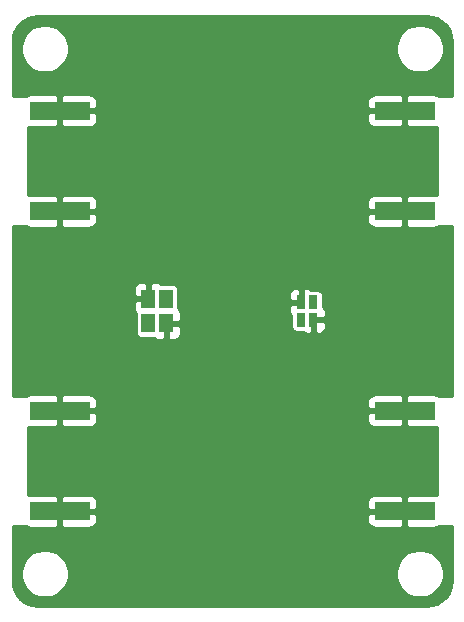
<source format=gbr>
G04 #@! TF.GenerationSoftware,KiCad,Pcbnew,(5.1.5)-3*
G04 #@! TF.CreationDate,2020-02-21T12:08:19+01:00*
G04 #@! TF.ProjectId,acmp_test_fixture,61636d70-5f74-4657-9374-5f6669787475,rev?*
G04 #@! TF.SameCoordinates,Original*
G04 #@! TF.FileFunction,Copper,L2,Bot*
G04 #@! TF.FilePolarity,Positive*
%FSLAX46Y46*%
G04 Gerber Fmt 4.6, Leading zero omitted, Abs format (unit mm)*
G04 Created by KiCad (PCBNEW (5.1.5)-3) date 2020-02-21 12:08:19*
%MOMM*%
%LPD*%
G04 APERTURE LIST*
%ADD10R,5.080000X1.500000*%
%ADD11R,1.200000X1.600000*%
%ADD12R,0.800000X1.200000*%
%ADD13C,0.254000*%
G04 APERTURE END LIST*
D10*
X4445000Y33850000D03*
X4445000Y42350000D03*
X33655000Y42350000D03*
X33655000Y33850000D03*
X33655000Y16950000D03*
X33655000Y8450000D03*
X4445000Y8450000D03*
X4445000Y16950000D03*
D11*
X13450000Y24350000D03*
X11950000Y24350000D03*
X11950000Y26450000D03*
X13450000Y26450000D03*
D12*
X25925000Y24675000D03*
X24875000Y24675000D03*
X24875000Y26125000D03*
X25925000Y26125000D03*
D13*
G36*
X35965143Y50306108D02*
G01*
X36354853Y50188447D01*
X36714282Y49997335D01*
X37029750Y49740045D01*
X37289233Y49426384D01*
X37482851Y49068295D01*
X37603230Y48679413D01*
X37648000Y48253453D01*
X37648001Y43632000D01*
X36852205Y43632000D01*
X36830000Y43634187D01*
X36807795Y43632000D01*
X36741393Y43625460D01*
X36656190Y43599614D01*
X36614395Y43577274D01*
X36549494Y43630537D01*
X36439180Y43689502D01*
X36319482Y43725812D01*
X36195000Y43738072D01*
X33940750Y43735000D01*
X33782000Y43576250D01*
X33782000Y42477000D01*
X33802000Y42477000D01*
X33802000Y42223000D01*
X33782000Y42223000D01*
X33782000Y41123750D01*
X33940750Y40965000D01*
X36195000Y40961928D01*
X36319482Y40974188D01*
X36378000Y40991939D01*
X36378001Y35208061D01*
X36319482Y35225812D01*
X36195000Y35238072D01*
X33940750Y35235000D01*
X33782000Y35076250D01*
X33782000Y33977000D01*
X33802000Y33977000D01*
X33802000Y33723000D01*
X33782000Y33723000D01*
X33782000Y32623750D01*
X33940750Y32465000D01*
X36195000Y32461928D01*
X36319482Y32474188D01*
X36439180Y32510498D01*
X36549494Y32569463D01*
X36614395Y32622726D01*
X36656190Y32600386D01*
X36741393Y32574540D01*
X36807795Y32568000D01*
X36830000Y32565813D01*
X36852205Y32568000D01*
X37648000Y32568000D01*
X37648001Y18232000D01*
X36852205Y18232000D01*
X36830000Y18234187D01*
X36807795Y18232000D01*
X36741393Y18225460D01*
X36656190Y18199614D01*
X36614395Y18177274D01*
X36549494Y18230537D01*
X36439180Y18289502D01*
X36319482Y18325812D01*
X36195000Y18338072D01*
X33940750Y18335000D01*
X33782000Y18176250D01*
X33782000Y17077000D01*
X33802000Y17077000D01*
X33802000Y16823000D01*
X33782000Y16823000D01*
X33782000Y15723750D01*
X33940750Y15565000D01*
X36195000Y15561928D01*
X36319482Y15574188D01*
X36378000Y15591939D01*
X36378001Y9808061D01*
X36319482Y9825812D01*
X36195000Y9838072D01*
X33940750Y9835000D01*
X33782000Y9676250D01*
X33782000Y8577000D01*
X33802000Y8577000D01*
X33802000Y8323000D01*
X33782000Y8323000D01*
X33782000Y7223750D01*
X33940750Y7065000D01*
X36195000Y7061928D01*
X36319482Y7074188D01*
X36439180Y7110498D01*
X36549494Y7169463D01*
X36614395Y7222726D01*
X36656190Y7200386D01*
X36741393Y7174540D01*
X36807795Y7168000D01*
X36830000Y7165813D01*
X36852205Y7168000D01*
X37648000Y7168000D01*
X37648001Y2562119D01*
X37606107Y2134857D01*
X37488450Y1745155D01*
X37297336Y1385721D01*
X37040045Y1070250D01*
X36726384Y810767D01*
X36368295Y617149D01*
X35979414Y496770D01*
X35553453Y452000D01*
X2562109Y452000D01*
X2134857Y493893D01*
X1745155Y611550D01*
X1385721Y802664D01*
X1070250Y1059955D01*
X810767Y1373616D01*
X617149Y1731705D01*
X496770Y2120586D01*
X452000Y2546547D01*
X452000Y3374642D01*
X1148000Y3374642D01*
X1148000Y2975358D01*
X1225896Y2583746D01*
X1378696Y2214855D01*
X1600526Y1882863D01*
X1882863Y1600526D01*
X2214855Y1378696D01*
X2583746Y1225896D01*
X2975358Y1148000D01*
X3374642Y1148000D01*
X3766254Y1225896D01*
X4135145Y1378696D01*
X4467137Y1600526D01*
X4749474Y1882863D01*
X4971304Y2214855D01*
X5124104Y2583746D01*
X5202000Y2975358D01*
X5202000Y3374642D01*
X32898000Y3374642D01*
X32898000Y2975358D01*
X32975896Y2583746D01*
X33128696Y2214855D01*
X33350526Y1882863D01*
X33632863Y1600526D01*
X33964855Y1378696D01*
X34333746Y1225896D01*
X34725358Y1148000D01*
X35124642Y1148000D01*
X35516254Y1225896D01*
X35885145Y1378696D01*
X36217137Y1600526D01*
X36499474Y1882863D01*
X36721304Y2214855D01*
X36874104Y2583746D01*
X36952000Y2975358D01*
X36952000Y3374642D01*
X36874104Y3766254D01*
X36721304Y4135145D01*
X36499474Y4467137D01*
X36217137Y4749474D01*
X35885145Y4971304D01*
X35516254Y5124104D01*
X35124642Y5202000D01*
X34725358Y5202000D01*
X34333746Y5124104D01*
X33964855Y4971304D01*
X33632863Y4749474D01*
X33350526Y4467137D01*
X33128696Y4135145D01*
X32975896Y3766254D01*
X32898000Y3374642D01*
X5202000Y3374642D01*
X5124104Y3766254D01*
X4971304Y4135145D01*
X4749474Y4467137D01*
X4467137Y4749474D01*
X4135145Y4971304D01*
X3766254Y5124104D01*
X3374642Y5202000D01*
X2975358Y5202000D01*
X2583746Y5124104D01*
X2214855Y4971304D01*
X1882863Y4749474D01*
X1600526Y4467137D01*
X1378696Y4135145D01*
X1225896Y3766254D01*
X1148000Y3374642D01*
X452000Y3374642D01*
X452000Y7168000D01*
X1247795Y7168000D01*
X1270000Y7165813D01*
X1292205Y7168000D01*
X1358607Y7174540D01*
X1443810Y7200386D01*
X1485605Y7222726D01*
X1550506Y7169463D01*
X1660820Y7110498D01*
X1780518Y7074188D01*
X1905000Y7061928D01*
X4159250Y7065000D01*
X4318000Y7223750D01*
X4318000Y8323000D01*
X4572000Y8323000D01*
X4572000Y7223750D01*
X4730750Y7065000D01*
X6985000Y7061928D01*
X7109482Y7074188D01*
X7229180Y7110498D01*
X7339494Y7169463D01*
X7436185Y7248815D01*
X7515537Y7345506D01*
X7574502Y7455820D01*
X7610812Y7575518D01*
X7623072Y7700000D01*
X30476928Y7700000D01*
X30489188Y7575518D01*
X30525498Y7455820D01*
X30584463Y7345506D01*
X30663815Y7248815D01*
X30760506Y7169463D01*
X30870820Y7110498D01*
X30990518Y7074188D01*
X31115000Y7061928D01*
X33369250Y7065000D01*
X33528000Y7223750D01*
X33528000Y8323000D01*
X30638750Y8323000D01*
X30480000Y8164250D01*
X30476928Y7700000D01*
X7623072Y7700000D01*
X7620000Y8164250D01*
X7461250Y8323000D01*
X4572000Y8323000D01*
X4318000Y8323000D01*
X4298000Y8323000D01*
X4298000Y8577000D01*
X4318000Y8577000D01*
X4318000Y9676250D01*
X4572000Y9676250D01*
X4572000Y8577000D01*
X7461250Y8577000D01*
X7620000Y8735750D01*
X7623072Y9200000D01*
X30476928Y9200000D01*
X30480000Y8735750D01*
X30638750Y8577000D01*
X33528000Y8577000D01*
X33528000Y9676250D01*
X33369250Y9835000D01*
X31115000Y9838072D01*
X30990518Y9825812D01*
X30870820Y9789502D01*
X30760506Y9730537D01*
X30663815Y9651185D01*
X30584463Y9554494D01*
X30525498Y9444180D01*
X30489188Y9324482D01*
X30476928Y9200000D01*
X7623072Y9200000D01*
X7610812Y9324482D01*
X7574502Y9444180D01*
X7515537Y9554494D01*
X7436185Y9651185D01*
X7339494Y9730537D01*
X7229180Y9789502D01*
X7109482Y9825812D01*
X6985000Y9838072D01*
X4730750Y9835000D01*
X4572000Y9676250D01*
X4318000Y9676250D01*
X4159250Y9835000D01*
X1905000Y9838072D01*
X1780518Y9825812D01*
X1722000Y9808061D01*
X1722000Y15591939D01*
X1780518Y15574188D01*
X1905000Y15561928D01*
X4159250Y15565000D01*
X4318000Y15723750D01*
X4318000Y16823000D01*
X4572000Y16823000D01*
X4572000Y15723750D01*
X4730750Y15565000D01*
X6985000Y15561928D01*
X7109482Y15574188D01*
X7229180Y15610498D01*
X7339494Y15669463D01*
X7436185Y15748815D01*
X7515537Y15845506D01*
X7574502Y15955820D01*
X7610812Y16075518D01*
X7623072Y16200000D01*
X30476928Y16200000D01*
X30489188Y16075518D01*
X30525498Y15955820D01*
X30584463Y15845506D01*
X30663815Y15748815D01*
X30760506Y15669463D01*
X30870820Y15610498D01*
X30990518Y15574188D01*
X31115000Y15561928D01*
X33369250Y15565000D01*
X33528000Y15723750D01*
X33528000Y16823000D01*
X30638750Y16823000D01*
X30480000Y16664250D01*
X30476928Y16200000D01*
X7623072Y16200000D01*
X7620000Y16664250D01*
X7461250Y16823000D01*
X4572000Y16823000D01*
X4318000Y16823000D01*
X4298000Y16823000D01*
X4298000Y17077000D01*
X4318000Y17077000D01*
X4318000Y18176250D01*
X4572000Y18176250D01*
X4572000Y17077000D01*
X7461250Y17077000D01*
X7620000Y17235750D01*
X7623072Y17700000D01*
X30476928Y17700000D01*
X30480000Y17235750D01*
X30638750Y17077000D01*
X33528000Y17077000D01*
X33528000Y18176250D01*
X33369250Y18335000D01*
X31115000Y18338072D01*
X30990518Y18325812D01*
X30870820Y18289502D01*
X30760506Y18230537D01*
X30663815Y18151185D01*
X30584463Y18054494D01*
X30525498Y17944180D01*
X30489188Y17824482D01*
X30476928Y17700000D01*
X7623072Y17700000D01*
X7610812Y17824482D01*
X7574502Y17944180D01*
X7515537Y18054494D01*
X7436185Y18151185D01*
X7339494Y18230537D01*
X7229180Y18289502D01*
X7109482Y18325812D01*
X6985000Y18338072D01*
X4730750Y18335000D01*
X4572000Y18176250D01*
X4318000Y18176250D01*
X4159250Y18335000D01*
X1905000Y18338072D01*
X1780518Y18325812D01*
X1660820Y18289502D01*
X1550506Y18230537D01*
X1485605Y18177274D01*
X1443810Y18199614D01*
X1358607Y18225460D01*
X1292205Y18232000D01*
X1270000Y18234187D01*
X1247795Y18232000D01*
X452000Y18232000D01*
X452000Y25650000D01*
X10711928Y25650000D01*
X10724188Y25525518D01*
X10760498Y25405820D01*
X10819463Y25295506D01*
X10898815Y25198815D01*
X10923728Y25178369D01*
X10920934Y25150000D01*
X10920934Y23550000D01*
X10929178Y23466293D01*
X10953595Y23385804D01*
X10993245Y23311624D01*
X11046605Y23246605D01*
X11111624Y23193245D01*
X11185804Y23153595D01*
X11266293Y23129178D01*
X11350000Y23120934D01*
X12380662Y23120934D01*
X12398815Y23098815D01*
X12495506Y23019463D01*
X12605820Y22960498D01*
X12725518Y22924188D01*
X12850000Y22911928D01*
X13164250Y22915000D01*
X13323000Y23073750D01*
X13323000Y24223000D01*
X13577000Y24223000D01*
X13577000Y23073750D01*
X13735750Y22915000D01*
X14050000Y22911928D01*
X14174482Y22924188D01*
X14294180Y22960498D01*
X14404494Y23019463D01*
X14501185Y23098815D01*
X14580537Y23195506D01*
X14639502Y23305820D01*
X14675812Y23425518D01*
X14688072Y23550000D01*
X14685000Y24064250D01*
X14526250Y24223000D01*
X13577000Y24223000D01*
X13323000Y24223000D01*
X13303000Y24223000D01*
X13303000Y24477000D01*
X13323000Y24477000D01*
X13323000Y24497000D01*
X13577000Y24497000D01*
X13577000Y24477000D01*
X14526250Y24477000D01*
X14685000Y24635750D01*
X14688072Y25150000D01*
X14675812Y25274482D01*
X14639502Y25394180D01*
X14580537Y25504494D01*
X14563709Y25525000D01*
X23836928Y25525000D01*
X23849188Y25400518D01*
X23885498Y25280820D01*
X23944463Y25170506D01*
X24023815Y25073815D01*
X24045934Y25055662D01*
X24045934Y24075000D01*
X24054178Y23991293D01*
X24078595Y23910804D01*
X24118245Y23836624D01*
X24171605Y23771605D01*
X24236624Y23718245D01*
X24310804Y23678595D01*
X24391293Y23654178D01*
X24475000Y23645934D01*
X25055662Y23645934D01*
X25073815Y23623815D01*
X25170506Y23544463D01*
X25280820Y23485498D01*
X25400518Y23449188D01*
X25525000Y23436928D01*
X25639250Y23440000D01*
X25798000Y23598750D01*
X25798000Y24548000D01*
X26052000Y24548000D01*
X26052000Y23598750D01*
X26210750Y23440000D01*
X26325000Y23436928D01*
X26449482Y23449188D01*
X26569180Y23485498D01*
X26679494Y23544463D01*
X26776185Y23623815D01*
X26855537Y23720506D01*
X26914502Y23830820D01*
X26950812Y23950518D01*
X26963072Y24075000D01*
X26960000Y24389250D01*
X26801250Y24548000D01*
X26052000Y24548000D01*
X25798000Y24548000D01*
X25778000Y24548000D01*
X25778000Y24802000D01*
X25798000Y24802000D01*
X25798000Y24822000D01*
X26052000Y24822000D01*
X26052000Y24802000D01*
X26801250Y24802000D01*
X26960000Y24960750D01*
X26963072Y25275000D01*
X26950812Y25399482D01*
X26914502Y25519180D01*
X26855537Y25629494D01*
X26776185Y25726185D01*
X26754066Y25744338D01*
X26754066Y26725000D01*
X26745822Y26808707D01*
X26721405Y26889196D01*
X26681755Y26963376D01*
X26628395Y27028395D01*
X26563376Y27081755D01*
X26489196Y27121405D01*
X26408707Y27145822D01*
X26325000Y27154066D01*
X25744338Y27154066D01*
X25726185Y27176185D01*
X25629494Y27255537D01*
X25519180Y27314502D01*
X25399482Y27350812D01*
X25275000Y27363072D01*
X25160750Y27360000D01*
X25002000Y27201250D01*
X25002000Y26252000D01*
X25022000Y26252000D01*
X25022000Y25998000D01*
X25002000Y25998000D01*
X25002000Y25978000D01*
X24748000Y25978000D01*
X24748000Y25998000D01*
X23998750Y25998000D01*
X23840000Y25839250D01*
X23836928Y25525000D01*
X14563709Y25525000D01*
X14501185Y25601185D01*
X14476272Y25621631D01*
X14479066Y25650000D01*
X14479066Y26725000D01*
X23836928Y26725000D01*
X23840000Y26410750D01*
X23998750Y26252000D01*
X24748000Y26252000D01*
X24748000Y27201250D01*
X24589250Y27360000D01*
X24475000Y27363072D01*
X24350518Y27350812D01*
X24230820Y27314502D01*
X24120506Y27255537D01*
X24023815Y27176185D01*
X23944463Y27079494D01*
X23885498Y26969180D01*
X23849188Y26849482D01*
X23836928Y26725000D01*
X14479066Y26725000D01*
X14479066Y27250000D01*
X14470822Y27333707D01*
X14446405Y27414196D01*
X14406755Y27488376D01*
X14353395Y27553395D01*
X14288376Y27606755D01*
X14214196Y27646405D01*
X14133707Y27670822D01*
X14050000Y27679066D01*
X13019338Y27679066D01*
X13001185Y27701185D01*
X12904494Y27780537D01*
X12794180Y27839502D01*
X12674482Y27875812D01*
X12550000Y27888072D01*
X12235750Y27885000D01*
X12077000Y27726250D01*
X12077000Y26577000D01*
X12097000Y26577000D01*
X12097000Y26323000D01*
X12077000Y26323000D01*
X12077000Y26303000D01*
X11823000Y26303000D01*
X11823000Y26323000D01*
X10873750Y26323000D01*
X10715000Y26164250D01*
X10711928Y25650000D01*
X452000Y25650000D01*
X452000Y27250000D01*
X10711928Y27250000D01*
X10715000Y26735750D01*
X10873750Y26577000D01*
X11823000Y26577000D01*
X11823000Y27726250D01*
X11664250Y27885000D01*
X11350000Y27888072D01*
X11225518Y27875812D01*
X11105820Y27839502D01*
X10995506Y27780537D01*
X10898815Y27701185D01*
X10819463Y27604494D01*
X10760498Y27494180D01*
X10724188Y27374482D01*
X10711928Y27250000D01*
X452000Y27250000D01*
X452000Y32568000D01*
X1247795Y32568000D01*
X1270000Y32565813D01*
X1292205Y32568000D01*
X1358607Y32574540D01*
X1443810Y32600386D01*
X1485605Y32622726D01*
X1550506Y32569463D01*
X1660820Y32510498D01*
X1780518Y32474188D01*
X1905000Y32461928D01*
X4159250Y32465000D01*
X4318000Y32623750D01*
X4318000Y33723000D01*
X4572000Y33723000D01*
X4572000Y32623750D01*
X4730750Y32465000D01*
X6985000Y32461928D01*
X7109482Y32474188D01*
X7229180Y32510498D01*
X7339494Y32569463D01*
X7436185Y32648815D01*
X7515537Y32745506D01*
X7574502Y32855820D01*
X7610812Y32975518D01*
X7623072Y33100000D01*
X30476928Y33100000D01*
X30489188Y32975518D01*
X30525498Y32855820D01*
X30584463Y32745506D01*
X30663815Y32648815D01*
X30760506Y32569463D01*
X30870820Y32510498D01*
X30990518Y32474188D01*
X31115000Y32461928D01*
X33369250Y32465000D01*
X33528000Y32623750D01*
X33528000Y33723000D01*
X30638750Y33723000D01*
X30480000Y33564250D01*
X30476928Y33100000D01*
X7623072Y33100000D01*
X7620000Y33564250D01*
X7461250Y33723000D01*
X4572000Y33723000D01*
X4318000Y33723000D01*
X4298000Y33723000D01*
X4298000Y33977000D01*
X4318000Y33977000D01*
X4318000Y35076250D01*
X4572000Y35076250D01*
X4572000Y33977000D01*
X7461250Y33977000D01*
X7620000Y34135750D01*
X7623072Y34600000D01*
X30476928Y34600000D01*
X30480000Y34135750D01*
X30638750Y33977000D01*
X33528000Y33977000D01*
X33528000Y35076250D01*
X33369250Y35235000D01*
X31115000Y35238072D01*
X30990518Y35225812D01*
X30870820Y35189502D01*
X30760506Y35130537D01*
X30663815Y35051185D01*
X30584463Y34954494D01*
X30525498Y34844180D01*
X30489188Y34724482D01*
X30476928Y34600000D01*
X7623072Y34600000D01*
X7610812Y34724482D01*
X7574502Y34844180D01*
X7515537Y34954494D01*
X7436185Y35051185D01*
X7339494Y35130537D01*
X7229180Y35189502D01*
X7109482Y35225812D01*
X6985000Y35238072D01*
X4730750Y35235000D01*
X4572000Y35076250D01*
X4318000Y35076250D01*
X4159250Y35235000D01*
X1905000Y35238072D01*
X1780518Y35225812D01*
X1722000Y35208061D01*
X1722000Y40991939D01*
X1780518Y40974188D01*
X1905000Y40961928D01*
X4159250Y40965000D01*
X4318000Y41123750D01*
X4318000Y42223000D01*
X4572000Y42223000D01*
X4572000Y41123750D01*
X4730750Y40965000D01*
X6985000Y40961928D01*
X7109482Y40974188D01*
X7229180Y41010498D01*
X7339494Y41069463D01*
X7436185Y41148815D01*
X7515537Y41245506D01*
X7574502Y41355820D01*
X7610812Y41475518D01*
X7623072Y41600000D01*
X30476928Y41600000D01*
X30489188Y41475518D01*
X30525498Y41355820D01*
X30584463Y41245506D01*
X30663815Y41148815D01*
X30760506Y41069463D01*
X30870820Y41010498D01*
X30990518Y40974188D01*
X31115000Y40961928D01*
X33369250Y40965000D01*
X33528000Y41123750D01*
X33528000Y42223000D01*
X30638750Y42223000D01*
X30480000Y42064250D01*
X30476928Y41600000D01*
X7623072Y41600000D01*
X7620000Y42064250D01*
X7461250Y42223000D01*
X4572000Y42223000D01*
X4318000Y42223000D01*
X4298000Y42223000D01*
X4298000Y42477000D01*
X4318000Y42477000D01*
X4318000Y43576250D01*
X4572000Y43576250D01*
X4572000Y42477000D01*
X7461250Y42477000D01*
X7620000Y42635750D01*
X7623072Y43100000D01*
X30476928Y43100000D01*
X30480000Y42635750D01*
X30638750Y42477000D01*
X33528000Y42477000D01*
X33528000Y43576250D01*
X33369250Y43735000D01*
X31115000Y43738072D01*
X30990518Y43725812D01*
X30870820Y43689502D01*
X30760506Y43630537D01*
X30663815Y43551185D01*
X30584463Y43454494D01*
X30525498Y43344180D01*
X30489188Y43224482D01*
X30476928Y43100000D01*
X7623072Y43100000D01*
X7610812Y43224482D01*
X7574502Y43344180D01*
X7515537Y43454494D01*
X7436185Y43551185D01*
X7339494Y43630537D01*
X7229180Y43689502D01*
X7109482Y43725812D01*
X6985000Y43738072D01*
X4730750Y43735000D01*
X4572000Y43576250D01*
X4318000Y43576250D01*
X4159250Y43735000D01*
X1905000Y43738072D01*
X1780518Y43725812D01*
X1660820Y43689502D01*
X1550506Y43630537D01*
X1485605Y43577274D01*
X1443810Y43599614D01*
X1358607Y43625460D01*
X1292205Y43632000D01*
X1270000Y43634187D01*
X1247795Y43632000D01*
X452000Y43632000D01*
X452000Y47824642D01*
X1148000Y47824642D01*
X1148000Y47425358D01*
X1225896Y47033746D01*
X1378696Y46664855D01*
X1600526Y46332863D01*
X1882863Y46050526D01*
X2214855Y45828696D01*
X2583746Y45675896D01*
X2975358Y45598000D01*
X3374642Y45598000D01*
X3766254Y45675896D01*
X4135145Y45828696D01*
X4467137Y46050526D01*
X4749474Y46332863D01*
X4971304Y46664855D01*
X5124104Y47033746D01*
X5202000Y47425358D01*
X5202000Y47824642D01*
X32898000Y47824642D01*
X32898000Y47425358D01*
X32975896Y47033746D01*
X33128696Y46664855D01*
X33350526Y46332863D01*
X33632863Y46050526D01*
X33964855Y45828696D01*
X34333746Y45675896D01*
X34725358Y45598000D01*
X35124642Y45598000D01*
X35516254Y45675896D01*
X35885145Y45828696D01*
X36217137Y46050526D01*
X36499474Y46332863D01*
X36721304Y46664855D01*
X36874104Y47033746D01*
X36952000Y47425358D01*
X36952000Y47824642D01*
X36874104Y48216254D01*
X36721304Y48585145D01*
X36499474Y48917137D01*
X36217137Y49199474D01*
X35885145Y49421304D01*
X35516254Y49574104D01*
X35124642Y49652000D01*
X34725358Y49652000D01*
X34333746Y49574104D01*
X33964855Y49421304D01*
X33632863Y49199474D01*
X33350526Y48917137D01*
X33128696Y48585145D01*
X32975896Y48216254D01*
X32898000Y47824642D01*
X5202000Y47824642D01*
X5124104Y48216254D01*
X4971304Y48585145D01*
X4749474Y48917137D01*
X4467137Y49199474D01*
X4135145Y49421304D01*
X3766254Y49574104D01*
X3374642Y49652000D01*
X2975358Y49652000D01*
X2583746Y49574104D01*
X2214855Y49421304D01*
X1882863Y49199474D01*
X1600526Y48917137D01*
X1378696Y48585145D01*
X1225896Y48216254D01*
X1148000Y47824642D01*
X452000Y47824642D01*
X452000Y48237891D01*
X493892Y48665143D01*
X611553Y49054853D01*
X802665Y49414282D01*
X1059955Y49729750D01*
X1373616Y49989233D01*
X1731705Y50182851D01*
X2120587Y50303230D01*
X2546547Y50348000D01*
X35537891Y50348000D01*
X35965143Y50306108D01*
G37*
X35965143Y50306108D02*
X36354853Y50188447D01*
X36714282Y49997335D01*
X37029750Y49740045D01*
X37289233Y49426384D01*
X37482851Y49068295D01*
X37603230Y48679413D01*
X37648000Y48253453D01*
X37648001Y43632000D01*
X36852205Y43632000D01*
X36830000Y43634187D01*
X36807795Y43632000D01*
X36741393Y43625460D01*
X36656190Y43599614D01*
X36614395Y43577274D01*
X36549494Y43630537D01*
X36439180Y43689502D01*
X36319482Y43725812D01*
X36195000Y43738072D01*
X33940750Y43735000D01*
X33782000Y43576250D01*
X33782000Y42477000D01*
X33802000Y42477000D01*
X33802000Y42223000D01*
X33782000Y42223000D01*
X33782000Y41123750D01*
X33940750Y40965000D01*
X36195000Y40961928D01*
X36319482Y40974188D01*
X36378000Y40991939D01*
X36378001Y35208061D01*
X36319482Y35225812D01*
X36195000Y35238072D01*
X33940750Y35235000D01*
X33782000Y35076250D01*
X33782000Y33977000D01*
X33802000Y33977000D01*
X33802000Y33723000D01*
X33782000Y33723000D01*
X33782000Y32623750D01*
X33940750Y32465000D01*
X36195000Y32461928D01*
X36319482Y32474188D01*
X36439180Y32510498D01*
X36549494Y32569463D01*
X36614395Y32622726D01*
X36656190Y32600386D01*
X36741393Y32574540D01*
X36807795Y32568000D01*
X36830000Y32565813D01*
X36852205Y32568000D01*
X37648000Y32568000D01*
X37648001Y18232000D01*
X36852205Y18232000D01*
X36830000Y18234187D01*
X36807795Y18232000D01*
X36741393Y18225460D01*
X36656190Y18199614D01*
X36614395Y18177274D01*
X36549494Y18230537D01*
X36439180Y18289502D01*
X36319482Y18325812D01*
X36195000Y18338072D01*
X33940750Y18335000D01*
X33782000Y18176250D01*
X33782000Y17077000D01*
X33802000Y17077000D01*
X33802000Y16823000D01*
X33782000Y16823000D01*
X33782000Y15723750D01*
X33940750Y15565000D01*
X36195000Y15561928D01*
X36319482Y15574188D01*
X36378000Y15591939D01*
X36378001Y9808061D01*
X36319482Y9825812D01*
X36195000Y9838072D01*
X33940750Y9835000D01*
X33782000Y9676250D01*
X33782000Y8577000D01*
X33802000Y8577000D01*
X33802000Y8323000D01*
X33782000Y8323000D01*
X33782000Y7223750D01*
X33940750Y7065000D01*
X36195000Y7061928D01*
X36319482Y7074188D01*
X36439180Y7110498D01*
X36549494Y7169463D01*
X36614395Y7222726D01*
X36656190Y7200386D01*
X36741393Y7174540D01*
X36807795Y7168000D01*
X36830000Y7165813D01*
X36852205Y7168000D01*
X37648000Y7168000D01*
X37648001Y2562119D01*
X37606107Y2134857D01*
X37488450Y1745155D01*
X37297336Y1385721D01*
X37040045Y1070250D01*
X36726384Y810767D01*
X36368295Y617149D01*
X35979414Y496770D01*
X35553453Y452000D01*
X2562109Y452000D01*
X2134857Y493893D01*
X1745155Y611550D01*
X1385721Y802664D01*
X1070250Y1059955D01*
X810767Y1373616D01*
X617149Y1731705D01*
X496770Y2120586D01*
X452000Y2546547D01*
X452000Y3374642D01*
X1148000Y3374642D01*
X1148000Y2975358D01*
X1225896Y2583746D01*
X1378696Y2214855D01*
X1600526Y1882863D01*
X1882863Y1600526D01*
X2214855Y1378696D01*
X2583746Y1225896D01*
X2975358Y1148000D01*
X3374642Y1148000D01*
X3766254Y1225896D01*
X4135145Y1378696D01*
X4467137Y1600526D01*
X4749474Y1882863D01*
X4971304Y2214855D01*
X5124104Y2583746D01*
X5202000Y2975358D01*
X5202000Y3374642D01*
X32898000Y3374642D01*
X32898000Y2975358D01*
X32975896Y2583746D01*
X33128696Y2214855D01*
X33350526Y1882863D01*
X33632863Y1600526D01*
X33964855Y1378696D01*
X34333746Y1225896D01*
X34725358Y1148000D01*
X35124642Y1148000D01*
X35516254Y1225896D01*
X35885145Y1378696D01*
X36217137Y1600526D01*
X36499474Y1882863D01*
X36721304Y2214855D01*
X36874104Y2583746D01*
X36952000Y2975358D01*
X36952000Y3374642D01*
X36874104Y3766254D01*
X36721304Y4135145D01*
X36499474Y4467137D01*
X36217137Y4749474D01*
X35885145Y4971304D01*
X35516254Y5124104D01*
X35124642Y5202000D01*
X34725358Y5202000D01*
X34333746Y5124104D01*
X33964855Y4971304D01*
X33632863Y4749474D01*
X33350526Y4467137D01*
X33128696Y4135145D01*
X32975896Y3766254D01*
X32898000Y3374642D01*
X5202000Y3374642D01*
X5124104Y3766254D01*
X4971304Y4135145D01*
X4749474Y4467137D01*
X4467137Y4749474D01*
X4135145Y4971304D01*
X3766254Y5124104D01*
X3374642Y5202000D01*
X2975358Y5202000D01*
X2583746Y5124104D01*
X2214855Y4971304D01*
X1882863Y4749474D01*
X1600526Y4467137D01*
X1378696Y4135145D01*
X1225896Y3766254D01*
X1148000Y3374642D01*
X452000Y3374642D01*
X452000Y7168000D01*
X1247795Y7168000D01*
X1270000Y7165813D01*
X1292205Y7168000D01*
X1358607Y7174540D01*
X1443810Y7200386D01*
X1485605Y7222726D01*
X1550506Y7169463D01*
X1660820Y7110498D01*
X1780518Y7074188D01*
X1905000Y7061928D01*
X4159250Y7065000D01*
X4318000Y7223750D01*
X4318000Y8323000D01*
X4572000Y8323000D01*
X4572000Y7223750D01*
X4730750Y7065000D01*
X6985000Y7061928D01*
X7109482Y7074188D01*
X7229180Y7110498D01*
X7339494Y7169463D01*
X7436185Y7248815D01*
X7515537Y7345506D01*
X7574502Y7455820D01*
X7610812Y7575518D01*
X7623072Y7700000D01*
X30476928Y7700000D01*
X30489188Y7575518D01*
X30525498Y7455820D01*
X30584463Y7345506D01*
X30663815Y7248815D01*
X30760506Y7169463D01*
X30870820Y7110498D01*
X30990518Y7074188D01*
X31115000Y7061928D01*
X33369250Y7065000D01*
X33528000Y7223750D01*
X33528000Y8323000D01*
X30638750Y8323000D01*
X30480000Y8164250D01*
X30476928Y7700000D01*
X7623072Y7700000D01*
X7620000Y8164250D01*
X7461250Y8323000D01*
X4572000Y8323000D01*
X4318000Y8323000D01*
X4298000Y8323000D01*
X4298000Y8577000D01*
X4318000Y8577000D01*
X4318000Y9676250D01*
X4572000Y9676250D01*
X4572000Y8577000D01*
X7461250Y8577000D01*
X7620000Y8735750D01*
X7623072Y9200000D01*
X30476928Y9200000D01*
X30480000Y8735750D01*
X30638750Y8577000D01*
X33528000Y8577000D01*
X33528000Y9676250D01*
X33369250Y9835000D01*
X31115000Y9838072D01*
X30990518Y9825812D01*
X30870820Y9789502D01*
X30760506Y9730537D01*
X30663815Y9651185D01*
X30584463Y9554494D01*
X30525498Y9444180D01*
X30489188Y9324482D01*
X30476928Y9200000D01*
X7623072Y9200000D01*
X7610812Y9324482D01*
X7574502Y9444180D01*
X7515537Y9554494D01*
X7436185Y9651185D01*
X7339494Y9730537D01*
X7229180Y9789502D01*
X7109482Y9825812D01*
X6985000Y9838072D01*
X4730750Y9835000D01*
X4572000Y9676250D01*
X4318000Y9676250D01*
X4159250Y9835000D01*
X1905000Y9838072D01*
X1780518Y9825812D01*
X1722000Y9808061D01*
X1722000Y15591939D01*
X1780518Y15574188D01*
X1905000Y15561928D01*
X4159250Y15565000D01*
X4318000Y15723750D01*
X4318000Y16823000D01*
X4572000Y16823000D01*
X4572000Y15723750D01*
X4730750Y15565000D01*
X6985000Y15561928D01*
X7109482Y15574188D01*
X7229180Y15610498D01*
X7339494Y15669463D01*
X7436185Y15748815D01*
X7515537Y15845506D01*
X7574502Y15955820D01*
X7610812Y16075518D01*
X7623072Y16200000D01*
X30476928Y16200000D01*
X30489188Y16075518D01*
X30525498Y15955820D01*
X30584463Y15845506D01*
X30663815Y15748815D01*
X30760506Y15669463D01*
X30870820Y15610498D01*
X30990518Y15574188D01*
X31115000Y15561928D01*
X33369250Y15565000D01*
X33528000Y15723750D01*
X33528000Y16823000D01*
X30638750Y16823000D01*
X30480000Y16664250D01*
X30476928Y16200000D01*
X7623072Y16200000D01*
X7620000Y16664250D01*
X7461250Y16823000D01*
X4572000Y16823000D01*
X4318000Y16823000D01*
X4298000Y16823000D01*
X4298000Y17077000D01*
X4318000Y17077000D01*
X4318000Y18176250D01*
X4572000Y18176250D01*
X4572000Y17077000D01*
X7461250Y17077000D01*
X7620000Y17235750D01*
X7623072Y17700000D01*
X30476928Y17700000D01*
X30480000Y17235750D01*
X30638750Y17077000D01*
X33528000Y17077000D01*
X33528000Y18176250D01*
X33369250Y18335000D01*
X31115000Y18338072D01*
X30990518Y18325812D01*
X30870820Y18289502D01*
X30760506Y18230537D01*
X30663815Y18151185D01*
X30584463Y18054494D01*
X30525498Y17944180D01*
X30489188Y17824482D01*
X30476928Y17700000D01*
X7623072Y17700000D01*
X7610812Y17824482D01*
X7574502Y17944180D01*
X7515537Y18054494D01*
X7436185Y18151185D01*
X7339494Y18230537D01*
X7229180Y18289502D01*
X7109482Y18325812D01*
X6985000Y18338072D01*
X4730750Y18335000D01*
X4572000Y18176250D01*
X4318000Y18176250D01*
X4159250Y18335000D01*
X1905000Y18338072D01*
X1780518Y18325812D01*
X1660820Y18289502D01*
X1550506Y18230537D01*
X1485605Y18177274D01*
X1443810Y18199614D01*
X1358607Y18225460D01*
X1292205Y18232000D01*
X1270000Y18234187D01*
X1247795Y18232000D01*
X452000Y18232000D01*
X452000Y25650000D01*
X10711928Y25650000D01*
X10724188Y25525518D01*
X10760498Y25405820D01*
X10819463Y25295506D01*
X10898815Y25198815D01*
X10923728Y25178369D01*
X10920934Y25150000D01*
X10920934Y23550000D01*
X10929178Y23466293D01*
X10953595Y23385804D01*
X10993245Y23311624D01*
X11046605Y23246605D01*
X11111624Y23193245D01*
X11185804Y23153595D01*
X11266293Y23129178D01*
X11350000Y23120934D01*
X12380662Y23120934D01*
X12398815Y23098815D01*
X12495506Y23019463D01*
X12605820Y22960498D01*
X12725518Y22924188D01*
X12850000Y22911928D01*
X13164250Y22915000D01*
X13323000Y23073750D01*
X13323000Y24223000D01*
X13577000Y24223000D01*
X13577000Y23073750D01*
X13735750Y22915000D01*
X14050000Y22911928D01*
X14174482Y22924188D01*
X14294180Y22960498D01*
X14404494Y23019463D01*
X14501185Y23098815D01*
X14580537Y23195506D01*
X14639502Y23305820D01*
X14675812Y23425518D01*
X14688072Y23550000D01*
X14685000Y24064250D01*
X14526250Y24223000D01*
X13577000Y24223000D01*
X13323000Y24223000D01*
X13303000Y24223000D01*
X13303000Y24477000D01*
X13323000Y24477000D01*
X13323000Y24497000D01*
X13577000Y24497000D01*
X13577000Y24477000D01*
X14526250Y24477000D01*
X14685000Y24635750D01*
X14688072Y25150000D01*
X14675812Y25274482D01*
X14639502Y25394180D01*
X14580537Y25504494D01*
X14563709Y25525000D01*
X23836928Y25525000D01*
X23849188Y25400518D01*
X23885498Y25280820D01*
X23944463Y25170506D01*
X24023815Y25073815D01*
X24045934Y25055662D01*
X24045934Y24075000D01*
X24054178Y23991293D01*
X24078595Y23910804D01*
X24118245Y23836624D01*
X24171605Y23771605D01*
X24236624Y23718245D01*
X24310804Y23678595D01*
X24391293Y23654178D01*
X24475000Y23645934D01*
X25055662Y23645934D01*
X25073815Y23623815D01*
X25170506Y23544463D01*
X25280820Y23485498D01*
X25400518Y23449188D01*
X25525000Y23436928D01*
X25639250Y23440000D01*
X25798000Y23598750D01*
X25798000Y24548000D01*
X26052000Y24548000D01*
X26052000Y23598750D01*
X26210750Y23440000D01*
X26325000Y23436928D01*
X26449482Y23449188D01*
X26569180Y23485498D01*
X26679494Y23544463D01*
X26776185Y23623815D01*
X26855537Y23720506D01*
X26914502Y23830820D01*
X26950812Y23950518D01*
X26963072Y24075000D01*
X26960000Y24389250D01*
X26801250Y24548000D01*
X26052000Y24548000D01*
X25798000Y24548000D01*
X25778000Y24548000D01*
X25778000Y24802000D01*
X25798000Y24802000D01*
X25798000Y24822000D01*
X26052000Y24822000D01*
X26052000Y24802000D01*
X26801250Y24802000D01*
X26960000Y24960750D01*
X26963072Y25275000D01*
X26950812Y25399482D01*
X26914502Y25519180D01*
X26855537Y25629494D01*
X26776185Y25726185D01*
X26754066Y25744338D01*
X26754066Y26725000D01*
X26745822Y26808707D01*
X26721405Y26889196D01*
X26681755Y26963376D01*
X26628395Y27028395D01*
X26563376Y27081755D01*
X26489196Y27121405D01*
X26408707Y27145822D01*
X26325000Y27154066D01*
X25744338Y27154066D01*
X25726185Y27176185D01*
X25629494Y27255537D01*
X25519180Y27314502D01*
X25399482Y27350812D01*
X25275000Y27363072D01*
X25160750Y27360000D01*
X25002000Y27201250D01*
X25002000Y26252000D01*
X25022000Y26252000D01*
X25022000Y25998000D01*
X25002000Y25998000D01*
X25002000Y25978000D01*
X24748000Y25978000D01*
X24748000Y25998000D01*
X23998750Y25998000D01*
X23840000Y25839250D01*
X23836928Y25525000D01*
X14563709Y25525000D01*
X14501185Y25601185D01*
X14476272Y25621631D01*
X14479066Y25650000D01*
X14479066Y26725000D01*
X23836928Y26725000D01*
X23840000Y26410750D01*
X23998750Y26252000D01*
X24748000Y26252000D01*
X24748000Y27201250D01*
X24589250Y27360000D01*
X24475000Y27363072D01*
X24350518Y27350812D01*
X24230820Y27314502D01*
X24120506Y27255537D01*
X24023815Y27176185D01*
X23944463Y27079494D01*
X23885498Y26969180D01*
X23849188Y26849482D01*
X23836928Y26725000D01*
X14479066Y26725000D01*
X14479066Y27250000D01*
X14470822Y27333707D01*
X14446405Y27414196D01*
X14406755Y27488376D01*
X14353395Y27553395D01*
X14288376Y27606755D01*
X14214196Y27646405D01*
X14133707Y27670822D01*
X14050000Y27679066D01*
X13019338Y27679066D01*
X13001185Y27701185D01*
X12904494Y27780537D01*
X12794180Y27839502D01*
X12674482Y27875812D01*
X12550000Y27888072D01*
X12235750Y27885000D01*
X12077000Y27726250D01*
X12077000Y26577000D01*
X12097000Y26577000D01*
X12097000Y26323000D01*
X12077000Y26323000D01*
X12077000Y26303000D01*
X11823000Y26303000D01*
X11823000Y26323000D01*
X10873750Y26323000D01*
X10715000Y26164250D01*
X10711928Y25650000D01*
X452000Y25650000D01*
X452000Y27250000D01*
X10711928Y27250000D01*
X10715000Y26735750D01*
X10873750Y26577000D01*
X11823000Y26577000D01*
X11823000Y27726250D01*
X11664250Y27885000D01*
X11350000Y27888072D01*
X11225518Y27875812D01*
X11105820Y27839502D01*
X10995506Y27780537D01*
X10898815Y27701185D01*
X10819463Y27604494D01*
X10760498Y27494180D01*
X10724188Y27374482D01*
X10711928Y27250000D01*
X452000Y27250000D01*
X452000Y32568000D01*
X1247795Y32568000D01*
X1270000Y32565813D01*
X1292205Y32568000D01*
X1358607Y32574540D01*
X1443810Y32600386D01*
X1485605Y32622726D01*
X1550506Y32569463D01*
X1660820Y32510498D01*
X1780518Y32474188D01*
X1905000Y32461928D01*
X4159250Y32465000D01*
X4318000Y32623750D01*
X4318000Y33723000D01*
X4572000Y33723000D01*
X4572000Y32623750D01*
X4730750Y32465000D01*
X6985000Y32461928D01*
X7109482Y32474188D01*
X7229180Y32510498D01*
X7339494Y32569463D01*
X7436185Y32648815D01*
X7515537Y32745506D01*
X7574502Y32855820D01*
X7610812Y32975518D01*
X7623072Y33100000D01*
X30476928Y33100000D01*
X30489188Y32975518D01*
X30525498Y32855820D01*
X30584463Y32745506D01*
X30663815Y32648815D01*
X30760506Y32569463D01*
X30870820Y32510498D01*
X30990518Y32474188D01*
X31115000Y32461928D01*
X33369250Y32465000D01*
X33528000Y32623750D01*
X33528000Y33723000D01*
X30638750Y33723000D01*
X30480000Y33564250D01*
X30476928Y33100000D01*
X7623072Y33100000D01*
X7620000Y33564250D01*
X7461250Y33723000D01*
X4572000Y33723000D01*
X4318000Y33723000D01*
X4298000Y33723000D01*
X4298000Y33977000D01*
X4318000Y33977000D01*
X4318000Y35076250D01*
X4572000Y35076250D01*
X4572000Y33977000D01*
X7461250Y33977000D01*
X7620000Y34135750D01*
X7623072Y34600000D01*
X30476928Y34600000D01*
X30480000Y34135750D01*
X30638750Y33977000D01*
X33528000Y33977000D01*
X33528000Y35076250D01*
X33369250Y35235000D01*
X31115000Y35238072D01*
X30990518Y35225812D01*
X30870820Y35189502D01*
X30760506Y35130537D01*
X30663815Y35051185D01*
X30584463Y34954494D01*
X30525498Y34844180D01*
X30489188Y34724482D01*
X30476928Y34600000D01*
X7623072Y34600000D01*
X7610812Y34724482D01*
X7574502Y34844180D01*
X7515537Y34954494D01*
X7436185Y35051185D01*
X7339494Y35130537D01*
X7229180Y35189502D01*
X7109482Y35225812D01*
X6985000Y35238072D01*
X4730750Y35235000D01*
X4572000Y35076250D01*
X4318000Y35076250D01*
X4159250Y35235000D01*
X1905000Y35238072D01*
X1780518Y35225812D01*
X1722000Y35208061D01*
X1722000Y40991939D01*
X1780518Y40974188D01*
X1905000Y40961928D01*
X4159250Y40965000D01*
X4318000Y41123750D01*
X4318000Y42223000D01*
X4572000Y42223000D01*
X4572000Y41123750D01*
X4730750Y40965000D01*
X6985000Y40961928D01*
X7109482Y40974188D01*
X7229180Y41010498D01*
X7339494Y41069463D01*
X7436185Y41148815D01*
X7515537Y41245506D01*
X7574502Y41355820D01*
X7610812Y41475518D01*
X7623072Y41600000D01*
X30476928Y41600000D01*
X30489188Y41475518D01*
X30525498Y41355820D01*
X30584463Y41245506D01*
X30663815Y41148815D01*
X30760506Y41069463D01*
X30870820Y41010498D01*
X30990518Y40974188D01*
X31115000Y40961928D01*
X33369250Y40965000D01*
X33528000Y41123750D01*
X33528000Y42223000D01*
X30638750Y42223000D01*
X30480000Y42064250D01*
X30476928Y41600000D01*
X7623072Y41600000D01*
X7620000Y42064250D01*
X7461250Y42223000D01*
X4572000Y42223000D01*
X4318000Y42223000D01*
X4298000Y42223000D01*
X4298000Y42477000D01*
X4318000Y42477000D01*
X4318000Y43576250D01*
X4572000Y43576250D01*
X4572000Y42477000D01*
X7461250Y42477000D01*
X7620000Y42635750D01*
X7623072Y43100000D01*
X30476928Y43100000D01*
X30480000Y42635750D01*
X30638750Y42477000D01*
X33528000Y42477000D01*
X33528000Y43576250D01*
X33369250Y43735000D01*
X31115000Y43738072D01*
X30990518Y43725812D01*
X30870820Y43689502D01*
X30760506Y43630537D01*
X30663815Y43551185D01*
X30584463Y43454494D01*
X30525498Y43344180D01*
X30489188Y43224482D01*
X30476928Y43100000D01*
X7623072Y43100000D01*
X7610812Y43224482D01*
X7574502Y43344180D01*
X7515537Y43454494D01*
X7436185Y43551185D01*
X7339494Y43630537D01*
X7229180Y43689502D01*
X7109482Y43725812D01*
X6985000Y43738072D01*
X4730750Y43735000D01*
X4572000Y43576250D01*
X4318000Y43576250D01*
X4159250Y43735000D01*
X1905000Y43738072D01*
X1780518Y43725812D01*
X1660820Y43689502D01*
X1550506Y43630537D01*
X1485605Y43577274D01*
X1443810Y43599614D01*
X1358607Y43625460D01*
X1292205Y43632000D01*
X1270000Y43634187D01*
X1247795Y43632000D01*
X452000Y43632000D01*
X452000Y47824642D01*
X1148000Y47824642D01*
X1148000Y47425358D01*
X1225896Y47033746D01*
X1378696Y46664855D01*
X1600526Y46332863D01*
X1882863Y46050526D01*
X2214855Y45828696D01*
X2583746Y45675896D01*
X2975358Y45598000D01*
X3374642Y45598000D01*
X3766254Y45675896D01*
X4135145Y45828696D01*
X4467137Y46050526D01*
X4749474Y46332863D01*
X4971304Y46664855D01*
X5124104Y47033746D01*
X5202000Y47425358D01*
X5202000Y47824642D01*
X32898000Y47824642D01*
X32898000Y47425358D01*
X32975896Y47033746D01*
X33128696Y46664855D01*
X33350526Y46332863D01*
X33632863Y46050526D01*
X33964855Y45828696D01*
X34333746Y45675896D01*
X34725358Y45598000D01*
X35124642Y45598000D01*
X35516254Y45675896D01*
X35885145Y45828696D01*
X36217137Y46050526D01*
X36499474Y46332863D01*
X36721304Y46664855D01*
X36874104Y47033746D01*
X36952000Y47425358D01*
X36952000Y47824642D01*
X36874104Y48216254D01*
X36721304Y48585145D01*
X36499474Y48917137D01*
X36217137Y49199474D01*
X35885145Y49421304D01*
X35516254Y49574104D01*
X35124642Y49652000D01*
X34725358Y49652000D01*
X34333746Y49574104D01*
X33964855Y49421304D01*
X33632863Y49199474D01*
X33350526Y48917137D01*
X33128696Y48585145D01*
X32975896Y48216254D01*
X32898000Y47824642D01*
X5202000Y47824642D01*
X5124104Y48216254D01*
X4971304Y48585145D01*
X4749474Y48917137D01*
X4467137Y49199474D01*
X4135145Y49421304D01*
X3766254Y49574104D01*
X3374642Y49652000D01*
X2975358Y49652000D01*
X2583746Y49574104D01*
X2214855Y49421304D01*
X1882863Y49199474D01*
X1600526Y48917137D01*
X1378696Y48585145D01*
X1225896Y48216254D01*
X1148000Y47824642D01*
X452000Y47824642D01*
X452000Y48237891D01*
X493892Y48665143D01*
X611553Y49054853D01*
X802665Y49414282D01*
X1059955Y49729750D01*
X1373616Y49989233D01*
X1731705Y50182851D01*
X2120587Y50303230D01*
X2546547Y50348000D01*
X35537891Y50348000D01*
X35965143Y50306108D01*
M02*

</source>
